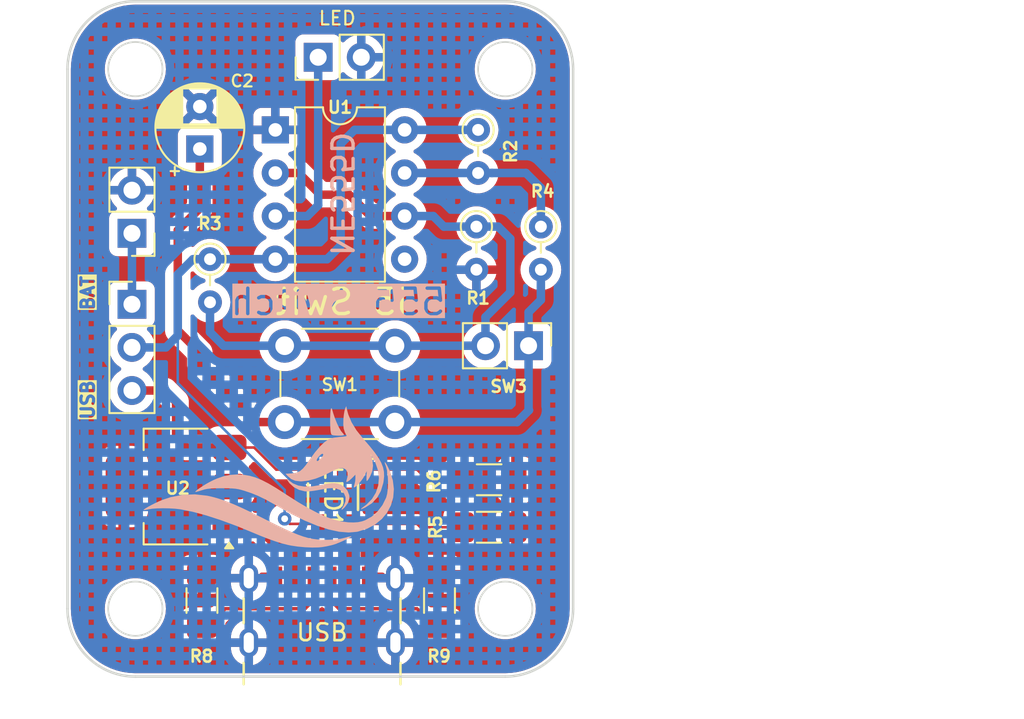
<source format=kicad_pcb>
(kicad_pcb (version 20240108) (generator "pcbnew") (generator_version "8.0")
  (layers (0 "F.Cu" signal) (31 "B.Cu" signal) (34 "B.Paste" user) (35 "F.Paste" user) (36 "B.SilkS" user "B.Silkscreen") (37 "F.SilkS" user "F.Silkscreen") (38 "B.Mask" user) (39 "F.Mask" user) (44 "Edge.Cuts" user))
  (net 0 "")
  (net 1 "Net-(C2-Pad1)")
  (net 2 "GND")
  (net 3 "Net-(U1-THR)")
  (net 4 "/VBAT")
  (net 5 "Net-(U1-DIS)")
  (net 7 "Net-(J4-CC1)")
  (net 8 "/VUSB")
  (net 9 "Net-(J3-Pin_1)")
  (net 10 "Net-(J4-CC2)")
  (net 11 "Net-(LED1-GND-Pad4)")
  (net 12 "/3V3")
  (net 13 "Net-(LED1-GND-Pad1)")
  (net 14 "VCC")
  (footprint "Package_TO_SOT_SMD:SOT-223-3_TabPin2" (layer "F.Cu") (at 116 115 180)
    (property "Reference" "U2" (at -0.1 -0.1 0) (layer "F.SilkS") (effects (font (size 0.7 0.7))))
    (property "Value" "AMS1117-3V3")
    (fp_line (start 1.91 3.41) (end 1.91 2.15) (stroke (width 0.12)) (layer "F.SilkS"))
    (fp_line (start 1.91 -3.41) (end 1.91 -2.15) (stroke (width 0.12)) (layer "F.SilkS"))
    (fp_line (start -1.85 3.41) (end 1.91 3.41) (stroke (width 0.12)) (layer "F.SilkS"))
    (fp_line (start -1.85 -3.41) (end 1.91 -3.41) (stroke (width 0.12)) (layer "F.SilkS"))
    (fp_poly (pts (xy -3.13 -3.31) (xy -3.37 -3.64) (xy -2.89 -3.64) (xy -3.13 -3.31)) (stroke (width 0.12)) (fill solid) (layer "F.SilkS"))
    (pad "1" smd roundrect (at -3.15 -2.3 180) (size 2 1.5) (layers "F.Cu" "F.Paste" "F.Mask") (net 8 "/VUSB"))
    (pad "2" smd roundrect (at -3.15 0 180) (size 2 1.5) (layers "F.Cu" "F.Paste" "F.Mask") (net 2 "GND"))
    (pad "2" smd roundrect (at 3.15 0 180) (size 2 3.8) (layers "F.Cu" "F.Paste" "F.Mask") (net 2 "GND"))
    (pad "3" smd roundrect (at -3.15 2.3 180) (size 2 1.5) (layers "F.Cu" "F.Paste" "F.Mask") (net 12 "/3V3"))
  )
  (footprint "Capacitor_THT:CP_Radial_D5.0mm_P2.50mm" (layer "F.Cu") (at 117.4 95.105113 90)
    (property "Reference" "C2" (at 4.005113 2.5 180) (layer "F.SilkS") (effects (font (size 0.7 0.7) (thickness 0.125))))
    (property "Value" "10uF")
    (fp_line (start 1.29 -2.58) (end 1.29 2.58) (stroke (width 0.12)) (layer "F.SilkS"))
    (fp_line (start 1.25 -2.58) (end 1.25 2.58) (stroke (width 0.12)) (layer "F.SilkS"))
    (fp_line (start 1.33 -2.579) (end 1.33 2.579) (stroke (width 0.12)) (layer "F.SilkS"))
    (fp_line (start 1.37 -2.578) (end 1.37 2.578) (stroke (width 0.12)) (layer "F.SilkS"))
    (fp_line (start 1.41 -2.576) (end 1.41 2.576) (stroke (width 0.12)) (layer "F.SilkS"))
    (fp_line (start 1.45 -2.573) (end 1.45 2.573) (stroke (width 0.12)) (layer "F.SilkS"))
    (fp_line (start 1.49 -2.569) (end 1.49 -1.04) (stroke (width 0.12)) (layer "F.SilkS"))
    (fp_line (start 1.53 -2.565) (end 1.53 -1.04) (stroke (width 0.12)) (layer "F.SilkS"))
    (fp_line (start 1.57 -2.561) (end 1.57 -1.04) (stroke (width 0.12)) (layer "F.SilkS"))
    (fp_line (start 1.61 -2.556) (end 1.61 -1.04) (stroke (width 0.12)) (layer "F.SilkS"))
    (fp_line (start 1.65 -2.55) (end 1.65 -1.04) (stroke (width 0.12)) (layer "F.SilkS"))
    (fp_line (start 1.69 -2.543) (end 1.69 -1.04) (stroke (width 0.12)) (layer "F.SilkS"))
    (fp_line (start 1.73 -2.536) (end 1.73 -1.04) (stroke (width 0.12)) (layer "F.SilkS"))
    (fp_line (start 1.77 -2.528) (end 1.77 -1.04) (stroke (width 0.12)) (layer "F.SilkS"))
    (fp_line (start 1.81 -2.52) (end 1.81 -1.04) (stroke (width 0.12)) (layer "F.SilkS"))
    (fp_line (start 1.85 -2.511) (end 1.85 -1.04) (stroke (width 0.12)) (layer "F.SilkS"))
    (fp_line (start 1.89 -2.501) (end 1.89 -1.04) (stroke (width 0.12)) (layer "F.SilkS"))
    (fp_line (start 1.93 -2.491) (end 1.93 -1.04) (stroke (width 0.12)) (layer "F.SilkS"))
    (fp_line (start 1.971 -2.48) (end 1.971 -1.04) (stroke (width 0.12)) (layer "F.SilkS"))
    (fp_line (start 2.011 -2.468) (end 2.011 -1.04) (stroke (width 0.12)) (layer "F.SilkS"))
    (fp_line (start 2.051 -2.455) (end 2.051 -1.04) (stroke (width 0.12)) (layer "F.SilkS"))
    (fp_line (start 2.091 -2.442) (end 2.091 -1.04) (stroke (width 0.12)) (layer "F.SilkS"))
    (fp_line (start 2.131 -2.428) (end 2.131 -1.04) (stroke (width 0.12)) (layer "F.SilkS"))
    (fp_line (start 2.171 -2.414) (end 2.171 -1.04) (stroke (width 0.12)) (layer "F.SilkS"))
    (fp_line (start 2.211 -2.398) (end 2.211 -1.04) (stroke (width 0.12)) (layer "F.SilkS"))
    (fp_line (start 2.251 -2.382) (end 2.251 -1.04) (stroke (width 0.12)) (layer "F.SilkS"))
    (fp_line (start 2.291 -2.365) (end 2.291 -1.04) (stroke (width 0.12)) (layer "F.SilkS"))
    (fp_line (start 2.331 -2.348) (end 2.331 -1.04) (stroke (width 0.12)) (layer "F.SilkS"))
    (fp_line (start 2.371 -2.329) (end 2.371 -1.04) (stroke (width 0.12)) (layer "F.SilkS"))
    (fp_line (start 2.411 -2.31) (end 2.411 -1.04) (stroke (width 0.12)) (layer "F.SilkS"))
    (fp_line (start 2.451 -2.29) (end 2.451 -1.04) (stroke (width 0.12)) (layer "F.SilkS"))
    (fp_line (start 2.491 -2.268) (end 2.491 -1.04) (stroke (width 0.12)) (layer "F.SilkS"))
    (fp_line (start 2.531 -2.247) (end 2.531 -1.04) (stroke (width 0.12)) (layer "F.SilkS"))
    (fp_line (start 2.571 -2.224) (end 2.571 -1.04) (stroke (width 0.12)) (layer "F.SilkS"))
    (fp_line (start 2.611 -2.2) (end 2.611 -1.04) (stroke (width 0.12)) (layer "F.SilkS"))
    (fp_line (start 2.651 -2.175) (end 2.651 -1.04) (stroke (width 0.12)) (layer "F.SilkS"))
    (fp_line (start 2.691 -2.149) (end 2.691 -1.04) (stroke (width 0.12)) (layer "F.SilkS"))
    (fp_line (start 2.731 -2.122) (end 2.731 -1.04) (stroke (width 0.12)) (layer "F.SilkS"))
    (fp_line (start 2.771 -2.095) (end 2.771 -1.04) (stroke (width 0.12)) (layer "F.SilkS"))
    (fp_line (start 2.811 -2.065) (end 2.811 -1.04) (stroke (width 0.12)) (layer "F.SilkS"))
    (fp_line (start 2.851 -2.035) (end 2.851 -1.04) (stroke (width 0.12)) (layer "F.SilkS"))
    (fp_line (start 2.891 -2.004) (end 2.891 -1.04) (stroke (width 0.12)) (layer "F.SilkS"))
    (fp_line (start 2.931 -1.971) (end 2.931 -1.04) (stroke (width 0.12)) (layer "F.SilkS"))
    (fp_line (start 2.971 -1.937) (end 2.971 -1.04) (stroke (width 0.12)) (layer "F.SilkS"))
    (fp_line (start 3.011 -1.901) (end 3.011 -1.04) (stroke (width 0.12)) (layer "F.SilkS"))
    (fp_line (start 3.051 -1.864) (end 3.051 -1.04) (stroke (width 0.12)) (layer "F.SilkS"))
    (fp_line (start 3.091 -1.826) (end 3.091 -1.04) (stroke (width 0.12)) (layer "F.SilkS"))
    (fp_line (start 3.131 -1.785) (end 3.131 -1.04) (stroke (width 0.12)) (layer "F.SilkS"))
    (fp_line (start 3.171 -1.743) (end 3.171 -1.04) (stroke (width 0.12)) (layer "F.SilkS"))
    (fp_line (start -1.304775 -1.725) (end -1.304775 -1.225) (stroke (width 0.12)) (layer "F.SilkS"))
    (fp_line (start 3.211 -1.699) (end 3.211 -1.04) (stroke (width 0.12)) (layer "F.SilkS"))
    (fp_line (start 3.251 -1.653) (end 3.251 -1.04) (stroke (width 0.12)) (layer "F.SilkS"))
    (fp_line (start 3.291 -1.605) (end 3.291 -1.04) (stroke (width 0.12)) (layer "F.SilkS"))
    (fp_line (start 3.331 -1.554) (end 3.331 -1.04) (stroke (width 0.12)) (layer "F.SilkS"))
    (fp_line (start 3.371 -1.5) (end 3.371 -1.04) (stroke (width 0.12)) (layer "F.SilkS"))
    (fp_line (start -1.554775 -1.475) (end -1.054775 -1.475) (stroke (width 0.12)) (layer "F.SilkS"))
    (fp_line (start 3.411 -1.443) (end 3.411 -1.04) (stroke (width 0.12)) (layer "F.SilkS"))
    (fp_line (start 3.451 -1.383) (end 3.451 -1.04) (stroke (width 0.12)) (layer "F.SilkS"))
    (fp_line (start 3.491 -1.319) (end 3.491 -1.04) (stroke (width 0.12)) (layer "F.SilkS"))
    (fp_line (start 3.531 -1.251) (end 3.531 -1.04) (stroke (width 0.12)) (layer "F.SilkS"))
    (fp_line (start 3.571 -1.178) (end 3.571 1.178) (stroke (width 0.12)) (layer "F.SilkS"))
    (fp_line (start 3.611 -1.098) (end 3.611 1.098) (stroke (width 0.12)) (layer "F.SilkS"))
    (fp_line (start 3.651 -1.011) (end 3.651 1.011) (stroke (width 0.12)) (layer "F.SilkS"))
    (fp_line (start 3.691 -0.915) (end 3.691 0.915) (stroke (width 0.12)) (layer "F.SilkS"))
    (fp_line (start 3.731 -0.805) (end 3.731 0.805) (stroke (width 0.12)) (layer "F.SilkS"))
    (fp_line (start 3.771 -0.677) (end 3.771 0.677) (stroke (width 0.12)) (layer "F.SilkS"))
    (fp_line (start 3.811 -0.518) (end 3.811 0.518) (stroke (width 0.12)) (layer "F.SilkS"))
    (fp_line (start 3.851 -0.284) (end 3.851 0.284) (stroke (width 0.12)) (layer "F.SilkS"))
    (fp_line (start 3.531 1.04) (end 3.531 1.251) (stroke (width 0.12)) (layer "F.SilkS"))
    (fp_line (start 3.491 1.04) (end 3.491 1.319) (stroke (width 0.12)) (layer "F.SilkS"))
    (fp_line (start 3.451 1.04) (end 3.451 1.383) (stroke (width 0.12)) (layer "F.SilkS"))
    (fp_line (start 3.411 1.04) (end 3.411 1.443) (stroke (width 0.12)) (layer "F.SilkS"))
    (fp_line (start 3.371 1.04) (end 3.371 1.5) (stroke (width 0.12)) (layer "F.SilkS"))
    (fp_line (start 3.331 1.04) (end 3.331 1.554) (stroke (width 0.12)) (layer "F.SilkS"))
    (fp_line (start 3.291 1.04) (end 3.291 1.605) (stroke (width 0.12)) (layer "F.SilkS"))
    (fp_line (start 3.251 1.04) (end 3.251 1.653) (stroke (width 0.12)) (layer "F.SilkS"))
    (fp_line (start 3.211 1.04) (end 3.211 1.699) (stroke (width 0.12)) (layer "F.SilkS"))
    (fp_line (start 3.171 1.04) (end 3.171 1.743) (stroke (width 0.12)) (layer "F.SilkS"))
    (fp_line (start 3.131 1.04) (end 3.131 1.785) (stroke (width 0.12)) (layer "F.SilkS"))
    (fp_line (start 3.091 1.04) (end 3.091 1.826) (stroke (width 0.12)) (layer "F.SilkS"))
    (fp_line (start 3.051 1.04) (end 3.051 1.864) (stroke (width 0.12)) (layer "F.SilkS"))
    (fp_line (start 3.011 1.04) (end 3.011 1.901) (stroke (width 0.12)) (layer "F.SilkS"))
    (fp_line (start 2.971 1.04) (end 2.971 1.937) (stroke (width 0.12)) (layer "F.SilkS"))
    (fp_line (start 2.931 1.04) (end 2.931 1.971) (stroke (width 0.12)) (layer "F.SilkS"))
    (fp_line (start 2.891 1.04) (end 2.891 2.004) (stroke (width 0.12)) (layer "F.SilkS"))
    (fp_line (start 2.851 1.04) (end 2.851 2.035) (stroke (width 0.12)) (layer "F.SilkS"))
    (fp_line (start 2.811 1.04) (end 2.811 2.065) (stroke (width 0.12)) (layer "F.SilkS"))
    (fp_line (start 2.771 1.04) (end 2.771 2.095) (stroke (width 0.12)) (layer "F.SilkS"))
    (fp_line (start 2.731 1.04) (end 2.731 2.122) (stroke (width 0.12)) (layer "F.SilkS"))
    (fp_line (start 2.691 1.04) (end 2.691 2.149) (stroke (width 0.12)) (layer "F.SilkS"))
    (fp_line (start 2.651 1.04) (end 2.651 2.175) (stroke (width 0.12)) (layer "F.SilkS"))
    (fp_line (start 2.611 1.04) (end 2.611 2.2) (stroke (width 0.12)) (layer "F.SilkS"))
    (fp_line (start 2.571 1.04) (end 2.571 2.224) (stroke (width 0.12)) (layer "F.SilkS"))
    (fp_line (start 2.531 1.04) (end 2.531 2.247) (stroke (width 0.12)) (layer "F.SilkS"))
    (fp_line (start 2.491 1.04) (end 2.491 2.268) (stroke (width 0.12)) (layer "F.SilkS"))
    (fp_line (start 2.451 1.04) (end 2.451 2.29) (stroke (width 0.12)) (layer "F.SilkS"))
    (fp_line (start 2.411 1.04) (end 2.411 2.31) (stroke (width 0.12)) (layer "F.SilkS"))
    (fp_line (start 2.371 1.04) (end 2.371 2.329) (stroke (width 0.12)) (layer "F.SilkS"))
    (fp_line (start 2.331 1.04) (end 2.331 2.348) (stroke (width 0.12)) (layer "F.SilkS"))
    (fp_line (start 2.291 1.04) (end 2.291 2.365) (stroke (width 0.12)) (layer "F.SilkS"))
    (fp_line (start 2.251 1.04) (end 2.251 2.382) (stroke (width 0.12)) (layer "F.SilkS"))
    (fp_line (start 2.211 1.04) (end 2.211 2.398) (stroke (width 0.12)) (layer "F.SilkS"))
    (fp_line (start 2.171 1.04) (end 2.171 2.414) (stroke (width 0.12)) (layer "F.SilkS"))
    (fp_line (start 2.131 1.04) (end 2.131 2.428) (stroke (width 0.12)) (layer "F.SilkS"))
    (fp_line (start 2.091 1.04) (end 2.091 2.442) (stroke (width 0.12)) (layer "F.SilkS"))
    (fp_line (start 2.051 1.04) (end 2.051 2.455) (stroke (width 0.12)) (layer "F.SilkS"))
    (fp_line (start 2.011 1.04) (end 2.011 2.468) (stroke (width 0.12)) (layer "F.SilkS"))
    (fp_line (start 1.971 1.04) (end 1.971 2.48) (stroke (width 0.12)) (layer "F.SilkS"))
    (fp_line (start 1.93 1.04) (end 1.93 2.491) (stroke (width 0.12)) (layer "F.SilkS"))
    (fp_line (start 1.89 1.04) (end 1.89 2.501) (stroke (width 0.12)) (layer "F.SilkS"))
    (fp_line (start 1.85 1.04) (end 1.85 2.511) (stroke (width 0.12)) (layer "F.SilkS"))
    (fp_line (start 1.81 1.04) (end 1.81 2.52) (stroke (width 0.12)) (layer "F.SilkS"))
    (fp_line (start 1.77 1.04) (end 1.77 2.528) (stroke (width 0.12)) (layer "F.SilkS"))
    (fp_line (start 1.73 1.04) (end 1.73 2.536) (stroke (width 0.12)) (layer "F.SilkS"))
    (fp_line (start 1.69 1.04) (end 1.69 2.543) (stroke (width 0.12)) (layer "F.SilkS"))
    (fp_line (start 1.65 1.04) (end 1.65 2.55) (stroke (width 0.12)) (layer "F.SilkS"))
    (fp_line (start 1.61 1.04) (end 1.61 2.556) (stroke (width 0.12)) (layer "F.SilkS"))
    (fp_line (start 1.57 1.04) (end 1.57 2.561) (stroke (width 0.12)) (layer "F.SilkS"))
    (fp_line (start 1.53 1.04) (end 1.53 2.565) (stroke (width 0.12)) (layer "F.SilkS"))
    (fp_line (start 1.49 1.04) (end 1.49 2.569) (stroke (width 0.12)) (layer "F.SilkS"))
    (fp_circle (center 1.25 0) (end 3.87 0) (stroke (width 0.12)) (fill none) (layer "F.SilkS"))
    (pad "1" thru_hole rect (at 0 0 90) (size 1.6 1.6) (drill 0.8) (layers "*.Cu" "*.Mask") (net 1 "Net-(C2-Pad1)"))
    (pad "2" thru_hole circle (at 2.5 0 90) (size 1.6 1.6) (drill 0.8) (layers "*.Cu" "*.Mask") (net 2 "GND"))
  )
  (footprint "Package_DIP:DIP-8_W7.62mm" (layer "F.Cu") (at 121.85 93.98)
    (property "Reference" "U1" (at 3.81 -1.33 0) (layer "F.SilkS") (effects (font (size 0.7 0.7))))
    (property "Value" "NE555D")
    (fp_line (start 1.16 -1.33) (end 1.16 8.95) (stroke (width 0.12)) (layer "F.SilkS"))
    (fp_line (start 1.16 8.95) (end 6.46 8.95) (stroke (width 0.12)) (layer "F.SilkS"))
    (fp_line (start 2.81 -1.33) (end 1.16 -1.33) (stroke (width 0.12)) (layer "F.SilkS"))
    (fp_line (start 6.46 -1.33) (end 4.81 -1.33) (stroke (width 0.12)) (layer "F.SilkS"))
    (fp_line (start 6.46 8.95) (end 6.46 -1.33) (stroke (width 0.12)) (layer "F.SilkS"))
    (fp_arc (start 4.81 -1.33) (mid 3.81 -0.33) (end 2.81 -1.33) (stroke (width 0.12)) (layer "F.SilkS"))
    (pad "1" thru_hole rect (at 0 0) (size 1.6 1.6) (drill 0.8) (layers "*.Cu" "*.Mask") (net 2 "GND"))
    (pad "2" thru_hole oval (at 0 2.54) (size 1.6 1.6) (drill 0.8) (layers "*.Cu" "*.Mask") (net 3 "Net-(U1-THR)"))
    (pad "3" thru_hole oval (at 0 5.08) (size 1.6 1.6) (drill 0.8) (layers "*.Cu" "*.Mask") (net 9 "Net-(J3-Pin_1)"))
    (pad "4" thru_hole oval (at 0 7.62) (size 1.6 1.6) (drill 0.8) (layers "*.Cu" "*.Mask") (net 14 "VCC"))
    (pad "5" thru_hole oval (at 7.62 7.62) (size 1.6 1.6) (drill 0.8) (layers "*.Cu" "*.Mask"))
    (pad "6" thru_hole oval (at 7.62 5.08) (size 1.6 1.6) (drill 0.8) (layers "*.Cu" "*.Mask") (net 3 "Net-(U1-THR)"))
    (pad "7" thru_hole oval (at 7.62 2.54) (size 1.6 1.6) (drill 0.8) (layers "*.Cu" "*.Mask") (net 5 "Net-(U1-DIS)"))
    (pad "8" thru_hole oval (at 7.62 0) (size 1.6 1.6) (drill 0.8) (layers "*.Cu" "*.Mask") (net 14 "VCC"))
  )
  (footprint "Resistor_THT:R_Axial_DIN0204_L3.6mm_D1.6mm_P2.54mm_Vertical" (layer "F.Cu") (at 137.5 99.68 -90)
    (property "Reference" "R4" (at -2.08 -0.1 0) (layer "F.SilkS") (effects (font (size 0.7 0.7))))
    (property "Value" "10k")
    (fp_line (start 0.92 0) (end 1.54 0) (stroke (width 0.12)) (layer "F.SilkS"))
    (fp_circle (center 0 0) (end 0.92 0) (stroke (width 0.12)) (fill none) (layer "F.SilkS"))
    (pad "1" thru_hole circle (at 0 0 270) (size 1.4 1.4) (drill 0.7) (layers "*.Cu" "*.Mask") (net 5 "Net-(U1-DIS)"))
    (pad "2" thru_hole oval (at 2.54 0 270) (size 1.4 1.4) (drill 0.7) (layers "*.Cu" "*.Mask") (net 1 "Net-(C2-Pad1)"))
  )
  (footprint "Resistor_SMD:R_1206_3216Metric_Pad1.30x1.75mm_HandSolder" (layer "F.Cu") (at 134.45 117.4)
    (property "Reference" "R5" (at -3.15 0 90) (layer "F.SilkS") (effects (font (size 0.7 0.7))))
    (property "Value" "5k1")
    (fp_line (start -0.727064 -0.91) (end 0.727064 -0.91) (stroke (width 0.12)) (layer "F.SilkS"))
    (fp_line (start -0.727064 0.91) (end 0.727064 0.91) (stroke (width 0.12)) (layer "F.SilkS"))
    (pad "1" smd roundrect (at -1.55 0) (size 1.3 1.75) (layers "F.Cu" "F.Paste" "F.Mask") (roundrect_rratio 0.192308) (net 11 "Net-(LED1-GND-Pad4)"))
    (pad "2" smd roundrect (at 1.55 0) (size 1.3 1.75) (layers "F.Cu" "F.Paste" "F.Mask") (roundrect_rratio 0.192308) (net 2 "GND"))
  )
  (footprint "Connector_PinHeader_2.54mm:PinHeader_1x02_P2.54mm_Vertical" (layer "F.Cu") (at 113.4 100.075 180)
    (property "Reference" "J1" (hide yes))
    (property "Value" "3V3")
    (fp_line (start 1.33 1.27) (end 1.33 3.87) (stroke (width 0.12)) (layer "F.SilkS"))
    (fp_line (start -1.33 3.87) (end 1.33 3.87) (stroke (width 0.12)) (layer "F.SilkS"))
    (fp_line (start -1.33 1.27) (end 1.33 1.27) (stroke (width 0.12)) (layer "F.SilkS"))
    (fp_line (start -1.33 1.27) (end -1.33 3.87) (stroke (width 0.12)) (layer "F.SilkS"))
    (fp_line (start -1.33 0) (end -1.33 -1.33) (stroke (width 0.12)) (layer "F.SilkS"))
    (fp_line (start -1.33 -1.33) (end 0 -1.33) (stroke (width 0.12)) (layer "F.SilkS"))
    (pad "1" thru_hole rect (at 0 0 180) (size 1.7 1.7) (drill 1) (layers "*.Cu" "*.Mask") (net 4 "/VBAT"))
    (pad "2" thru_hole oval (at 0 2.54 180) (size 1.7 1.7) (drill 1) (layers "*.Cu" "*.Mask") (net 2 "GND"))
  )
  (footprint "Alexander Footprint Library:USB-C MOLEX 2171750001" (layer "F.Cu") (at 124.605 126.8)
    (property "Reference" "USB" (at -0.005 -3.2 0) (layer "F.SilkS"))
    (property "Value" "USB-C_Receptacle_PowerOnly_6P_MOLEX-2171750001")
    (fp_line (start -4.62 -3.75) (end -4.62 -5.2) (stroke (width 0.15)) (layer "F.SilkS"))
    (fp_line (start -4.62 -0.15) (end -4.62 -1.4) (stroke (width 0.15)) (layer "F.SilkS"))
    (fp_line (start 4.62 -3.75) (end 4.62 -5.2) (stroke (width 0.15)) (layer "F.SilkS"))
    (fp_line (start 4.62 -0.15) (end 4.62 -1.4) (stroke (width 0.15)) (layer "F.SilkS"))
    (pad "A5" smd rect (at -0.5 -6.48) (size 0.7 1.2) (layers "F.Cu" "F.Paste") (net 7 "Net-(J4-CC1)"))
    (pad "A9" smd rect (at 1.52 -6.48) (size 0.76 1.2) (layers "F.Cu" "F.Paste") (net 8 "/VUSB"))
    (pad "A12" smd rect (at 2.75 -6.48) (size 0.8 1.2) (layers "F.Cu" "F.Paste") (net 2 "GND"))
    (pad "B5" smd rect (at 0.5 -6.48) (size 0.7 1.2) (layers "F.Cu" "F.Paste") (net 10 "Net-(J4-CC2)"))
    (pad "B9" smd rect (at -1.52 -6.48) (size 0.76 1.2) (layers "F.Cu" "F.Paste") (net 8 "/VUSB"))
    (pad "B12" smd rect (at -2.75 -6.48) (size 0.8 1.2) (layers "F.Cu" "F.Paste") (net 2 "GND"))
    (pad "S1" thru_hole oval (at -4.32 -2.6) (size 1.1 1.7) (drill oval 0.6 1.2) (layers "*.Cu" "*.Mask") (net 2 "GND"))
    (pad "S2" thru_hole oval (at 4.32 -2.6) (size 1.1 1.7) (drill oval 0.6 1.2) (layers "*.Cu" "*.Mask") (net 2 "GND"))
    (pad "S3" thru_hole oval (at -4.32 -6.4) (size 1.1 1.7) (drill oval 0.6 1.2) (layers "*.Cu" "*.Mask") (net 2 "GND"))
    (pad "S4" thru_hole oval (at 4.32 -6.4) (size 1.1 1.7) (drill oval 0.6 1.2) (layers "*.Cu" "*.Mask") (net 2 "GND"))
  )
  (footprint "Alexander Footprint Library:B1552_HVK-M" (layer "F.Cu") (at 125.249999 115.6002 -90)
    (property "Reference" "LED1" (at 0 0 -90) (layer "F.SilkS"))
    (property "Value" "LED-RED-GREEN-B1552USUG20D")
    (fp_line (start -0.777373 1.4732) (end 0.777373 1.4732) (stroke (width 0.1524)) (layer "F.SilkS"))
    (fp_line (start -0.777373 -1.4732) (end 0.777373 -1.4732) (stroke (width 0.1524)) (layer "F.SilkS"))
    (fp_text user "*" (at -2.2352 -1.8041 -90) (layer "F.SilkS"))
    (fp_text user "*" (at -2.2352 -1.8041 90) (layer "F.SilkS"))
    (pad "1" smd rect (at -1.6002 -0.750001 270) (size 1.1176 1.0414) (layers "F.Cu" "F.Paste" "F.Mask") (net 13 "Net-(LED1-GND-Pad1)"))
    (pad "2" smd rect (at -1.6002 0.750001 270) (size 1.1176 1.0414) (layers "F.Cu" "F.Paste" "F.Mask") (net 12 "/3V3"))
    (pad "3" smd rect (at 1.6002 0.750001 270) (size 1.1176 1.0414) (layers "F.Cu" "F.Paste" "F.Mask") (net 14 "VCC"))
    (pad "4" smd rect (at 1.6002 -0.750001 270) (size 1.1176 1.0414) (layers "F.Cu" "F.Paste" "F.Mask") (net 11 "Net-(LED1-GND-Pad4)"))
  )
  (footprint "Resistor_SMD:R_1206_3216Metric_Pad1.30x1.75mm_HandSolder" (layer "F.Cu") (at 117.525 121.72 -90)
    (property "Reference" "R8" (at 3.28 0.025 0) (layer "F.SilkS") (effects (font (size 0.7 0.7))))
    (property "Value" "5K7")
    (fp_line (start -0.727064 0.91) (end 0.727064 0.91) (stroke (width 0.12)) (layer "F.SilkS"))
    (fp_line (start -0.727064 -0.91) (end 0.727064 -0.91) (stroke (width 0.12)) (layer "F.SilkS"))
    (pad "1" smd roundrect (at -1.55 0 270) (size 1.3 1.75) (layers "F.Cu" "F.Paste" "F.Mask") (roundrect_rratio 0.192308) (net 2 "GND"))
    (pad "2" smd roundrect (at 1.55 0 270) (size 1.3 1.75) (layers "F.Cu" "F.Paste" "F.Mask") (roundrect_rratio 0.192308) (net 7 "Net-(J4-CC1)"))
  )
  (footprint "Connector_PinHeader_2.54mm:PinHeader_1x03_P2.54mm_Vertical" (layer "F.Cu") (at 113.4 104.26)
    (property "Reference" "SW2" (hide yes))
    (property "Value" "SW_SPDT")
    (fp_line (start -1.33 -1.33) (end 0 -1.33) (stroke (width 0.12)) (layer "F.SilkS"))
    (fp_line (start -1.33 0) (end -1.33 -1.33) (stroke (width 0.12)) (layer "F.SilkS"))
    (fp_line (start -1.33 1.27) (end -1.33 6.41) (stroke (width 0.12)) (layer "F.SilkS"))
    (fp_line (start -1.33 1.27) (end 1.33 1.27) (stroke (width 0.12)) (layer "F.SilkS"))
    (fp_line (start -1.33 6.41) (end 1.33 6.41) (stroke (width 0.12)) (layer "F.SilkS"))
    (fp_line (start 1.33 1.27) (end 1.33 6.41) (stroke (width 0.12)) (layer "F.SilkS"))
    (pad "1" thru_hole rect (at 0 0) (size 1.7 1.7) (drill 1) (layers "*.Cu" "*.Mask") (net 4 "/VBAT"))
    (pad "2" thru_hole oval (at 0 2.54) (size 1.7 1.7) (drill 1) (layers "*.Cu" "*.Mask") (net 14 "VCC"))
    (pad "3" thru_hole oval (at 0 5.08) (size 1.7 1.7) (drill 1) (layers "*.Cu" "*.Mask") (net 12 "/3V3"))
  )
  (footprint "Resistor_SMD:R_1206_3216Metric_Pad1.30x1.75mm_HandSolder" (layer "F.Cu") (at 134.45 114.6)
    (property "Reference" "R6" (at -3.25 0.1 90) (layer "F.SilkS") (effects (font (size 0.7 0.7))))
    (property "Value" "5k1")
    (fp_line (start -0.727064 -0.91) (end 0.727064 -0.91) (stroke (width 0.12)) (layer "F.SilkS"))
    (fp_line (start -0.727064 0.91) (end 0.727064 0.91) (stroke (width 0.12)) (layer "F.SilkS"))
    (pad "1" smd roundrect (at -1.55 0) (size 1.3 1.75) (layers "F.Cu" "F.Paste" "F.Mask") (roundrect_rratio 0.192308) (net 13 "Net-(LED1-GND-Pad1)"))
    (pad "2" smd roundrect (at 1.55 0) (size 1.3 1.75) (layers "F.Cu" "F.Paste" "F.Mask") (roundrect_rratio 0.192308) (net 2 "GND"))
  )
  (footprint "Resistor_SMD:R_1206_3216Metric_Pad1.30x1.75mm_HandSolder" (layer "F.Cu") (at 131.525 121.72 -90)
    (property "Reference" "R9" (at 3.28 0.025 0) (layer "F.SilkS") (effects (font (size 0.7 0.7))))
    (property "Value" "5K7")
    (fp_line (start -0.727064 0.91) (end 0.727064 0.91) (stroke (width 0.12)) (layer "F.SilkS"))
    (fp_line (start -0.727064 -0.91) (end 0.727064 -0.91) (stroke (width 0.12)) (layer "F.SilkS"))
    (pad "1" smd roundrect (at -1.55 0 270) (size 1.3 1.75) (layers "F.Cu" "F.Paste" "F.Mask") (roundrect_rratio 0.192308) (net 2 "GND"))
    (pad "2" smd roundrect (at 1.55 0 270) (size 1.3 1.75) (layers "F.Cu" "F.Paste" "F.Mask") (roundrect_rratio 0.192308) (net 10 "Net-(J4-CC2)"))
  )
  (footprint "Resistor_THT:R_Axial_DIN0204_L3.6mm_D1.6mm_P2.54mm_Vertical" (layer "F.Cu") (at 133.7 99.68 -90)
    (property "Reference" "R1" (at 4.22 -0.1 0) (layer "F.SilkS") (effects (font (size 0.7 0.7))))
    (property "Value" "10k")
    (fp_line (start 0.92 0) (end 1.54 0) (stroke (width 0.12)) (layer "F.SilkS"))
    (fp_circle (center 0 0) (end 0.92 0) (stroke (width 0.12)) (fill none) (layer "F.SilkS"))
    (pad "1" thru_hole circle (at 0 0 270) (size 1.4 1.4) (drill 0.7) (layers "*.Cu" "*.Mask") (net 3 "Net-(U1-THR)"))
    (pad "2" thru_hole oval (at 2.54 0 270) (size 1.4 1.4) (drill 0.7) (layers "*.Cu" "*.Mask") (net 2 "GND"))
  )
  (footprint "Resistor_THT:R_Axial_DIN0204_L3.6mm_D1.6mm_P2.54mm_Vertical" (layer "F.Cu") (at 133.8 93.98 -90)
    (property "Reference" "R2" (at 1.27 -1.92 90) (layer "F.SilkS") (effects (font (size 0.7 0.7))))
    (property "Value" "10k")
    (fp_line (start 0.92 0) (end 1.54 0) (stroke (width 0.12)) (layer "F.SilkS"))
    (fp_circle (center 0 0) (end 0.92 0) (stroke (width 0.12)) (fill none) (layer "F.SilkS"))
    (pad "1" thru_hole circle (at 0 0 270) (size 1.4 1.4) (drill 0.7) (layers "*.Cu" "*.Mask") (net 14 "VCC"))
    (pad "2" thru_hole oval (at 2.54 0 270) (size 1.4 1.4) (drill 0.7) (layers "*.Cu" "*.Mask") (net 5 "Net-(U1-DIS)"))
  )
  (footprint "Connector_PinHeader_2.54mm:PinHeader_1x02_P2.54mm_Vertical" (layer "F.Cu") (at 124.375 89.7 90)
    (property "Reference" "J3" (hide yes))
    (property "Value" "OUT")
    (fp_line (start -1.33 -1.33) (end 0 -1.33) (stroke (width 0.12)) (layer "F.SilkS"))
    (fp_line (start -1.33 0) (end -1.33 -1.33) (stroke (width 0.12)) (layer "F.SilkS"))
    (fp_line (start 1.33 1.27) (end 1.33 3.87) (stroke (width 0.12)) (layer "F.SilkS"))
    (fp_line (start -1.33 1.27) (end 1.33 1.27) (stroke (width 0.12)) (layer "F.SilkS"))
    (fp_line (start -1.33 1.27) (end -1.33 3.87) (stroke (width 0.12)) (layer "F.SilkS"))
    (fp_line (start -1.33 3.87) (end 1.33 3.87) (stroke (width 0.12)) (layer "F.SilkS"))
    (pad "1" thru_hole rect (at 0 0 90) (size 1.7 1.7) (drill 1) (layers "*.Cu" "*.Mask") (net 9 "Net-(J3-Pin_1)"))
    (pad "2" thru_hole oval (at 0 2.54 90) (size 1.7 1.7) (drill 1) (layers "*.Cu" "*.Mask") (net 2 "GND"))
  )
  (footprint "Connector_PinHeader_2.54mm:PinHeader_1x02_P2.54mm_Vertical" (layer "F.Cu") (at 136.775 106.7 -90)
    (property "Reference" "SW3" (at 2.4 1.175 0) (layer "F.SilkS") (effects (font (size 0.7 0.7))))
    (property "Value" "SW_Reed")
    (fp_line (start -1.33 3.87) (end 1.33 3.87) (stroke (width 0.12)) (layer "F.SilkS"))
    (fp_line (start -1.33 1.27) (end -1.33 3.87) (stroke (width 0.12)) (layer "F.SilkS"))
    (fp_line (start -1.33 1.27) (end 1.33 1.27) (stroke (width 0.12)) (layer "F.SilkS"))
    (fp_line (start 1.33 1.27) (end 1.33 3.87) (stroke (width 0.12)) (layer "F.SilkS"))
    (fp_line (start -1.33 0) (end -1.33 -1.33) (stroke (width 0.12)) (layer "F.SilkS"))
    (fp_line (start -1.33 -1.33) (end 0 -1.33) (stroke (width 0.12)) (layer "F.SilkS"))
    (pad "1" thru_hole rect (at 0 0 270) (size 1.7 1.7) (drill 1) (layers "*.Cu" "*.Mask") (net 1 "Net-(C2-Pad1)"))
    (pad "2" thru_hole oval (at 0 2.54 270) (size 1.7 1.7) (drill 1) (layers "*.Cu" "*.Mask") (net 3 "Net-(U1-THR)"))
  )
  (footprint "Resistor_THT:R_Axial_DIN0204_L3.6mm_D1.6mm_P2.54mm_Vertical" (layer "F.Cu") (at 118 101.6 -90)
    (property "Reference" "R3" (at -2.1 0 0) (layer "F.SilkS") (effects (font (size 0.7 0.7))))
    (property "Value" "10k")
    (fp_line (start 0.92 0) (end 1.54 0) (stroke (width 0.12)) (layer "F.SilkS"))
    (fp_circle (center 0 0) (end 0.92 0) (stroke (width 0.12)) (fill none) (layer "F.SilkS"))
    (pad "1" thru_hole circle (at 0 0 270) (size 1.4 1.4) (drill 0.7) (layers "*.Cu" "*.Mask") (net 14 "VCC"))
    (pad "2" thru_hole oval (at 2.54 0 270) (size 1.4 1.4) (drill 0.7) (layers "*.Cu" "*.Mask") (net 3 "Net-(U1-THR)"))
  )
  (footprint "Button_Switch_THT:SW_PUSH_6mm" (layer "F.Cu") (at 122.4 106.7)
    (property "Reference" "SW1" (at 3.25 2.3 0) (layer "F.SilkS") (effects (font (size 0.7 0.7) (thickness 0.125))))
    (property "Value" "SW_Push")
    (fp_line (start -0.25 1.5) (end -0.25 3) (stroke (width 0.12)) (layer "F.SilkS"))
    (fp_line (start 1 5.5) (end 5.5 5.5) (stroke (width 0.12)) (layer "F.SilkS"))
    (fp_line (start 5.5 -1) (end 1 -1) (stroke (width 0.12)) (layer "F.SilkS"))
    (fp_line (start 6.75 3) (end 6.75 1.5) (stroke (width 0.12)) (layer "F.SilkS"))
    (pad "1" thru_hole circle (at 0 0 90) (size 2 2) (drill 1.1) (layers "*.Cu" "*.Mask") (net 3 "Net-(U1-THR)"))
    (pad "1" thru_hole circle (at 6.5 0 90) (size 2 2) (drill 1.1) (layers "*.Cu" "*.Mask") (net 3 "Net-(U1-THR)"))
    (pad "2" thru_hole circle (at 0 4.5 90) (size 2 2) (drill 1.1) (layers "*.Cu" "*.Mask") (net 1 "Net-(C2-Pad1)"))
    (pad "2" thru_hole circle (at 6.5 4.5 90) (size 2 2) (drill 1.1) (layers "*.Cu" "*.Mask") (net 1 "Net-(C2-Pad1)"))
  )
  (footprint "LOGO" (layer "B.Cu") (at 121.4 114.4 180)
    (property "Reference" "G***" (hide yes))
    (property "Value" "LOGO" (hide yes))
    (fp_poly (pts (xy -5.335668 -1.973085) (xy -5.363457 -2.000875) (xy -5.391247 -1.973085) (xy -5.363457 -1.945295)) (fill solid) (layer "B.SilkS"))
    (fp_poly (pts (xy -3.72712 3.989192) (xy -3.720697 3.973961) (xy -3.701102 3.866879) (xy -3.687804 3.678866) (xy -3.680882 3.439975) (xy -3.680421 3.180261) (xy -3.686502 2.929778) (xy -3.699208 2.718581) (xy -3.716893 2.584464) (xy -3.741095 2.495828) (xy -3.784399 2.444513) (xy -3.873902 2.418422) (xy -4.036701 2.405456) (xy -4.127166 2.40129) (xy -4.314775 2.400001) (xy -4.449213 2.412314) (xy -4.501944 2.435572) (xy -4.501969 2.436169) (xy -4.463752 2.510156) (xy -4.414064 2.560438) (xy -4.317104 2.679269) (xy -4.202066 2.879038) (xy -4.080896 3.133656) (xy -3.965538 3.417032) (xy -3.867936 3.703076) (xy -3.83055 3.835011) (xy -3.788365 3.978468) (xy -3.75726 4.025597)) (fill solid) (layer "B.SilkS"))
    (fp_poly (pts (xy -1.16813 -0.243105) (xy -1.254216 -0.368794) (xy -1.28983 -0.413219) (xy -1.537879 -0.635483) (xy -1.849965 -0.79747) (xy -2.187325 -0.881187) (xy -2.314341 -0.888735) (xy -2.497037 -0.877155) (xy -2.746282 -0.845689) (xy -3.020446 -0.800025) (xy -3.14804 -0.774864) (xy -3.516275 -0.710602) (xy -3.805925 -0.692046) (xy -4.04028 -0.720434) (xy -4.242632 -0.797) (xy -4.312229 -0.836658) (xy -4.497239 -1.008267) (xy -4.588805 -1.225532) (xy -4.584459 -1.470239) (xy -4.481739 -1.724177) (xy -4.44078 -1.786433) (xy -4.359302 -1.917364) (xy -4.351943 -1.969709) (xy -4.412174 -1.941384) (xy -4.533468 -1.830304) (xy -4.544045 -1.819408) (xy -4.734665 -1.563229) (xy -4.815304 -1.302684) (xy -4.806573 -1.114052) (xy -4.700145 -0.833593) (xy -4.503297 -0.610752) (xy -4.312939 -0.494963) (xy -4.14564 -0.432054) (xy -3.973801 -0.400998) (xy -3.772034 -0.401933) (xy -3.514951 -0.434994) (xy -3.177163 -0.500319) (xy -3.173511 -0.501089) (xy -2.63863 -0.587136) (xy -2.183217 -0.60137) (xy -1.801259 -0.543037) (xy -1.486742 -0.411382) (xy -1.292451 -0.264967) (xy -1.187436 -0.180532) (xy -1.145933 -0.176798)) (fill solid) (layer "B.SilkS"))
    (fp_poly (pts (xy 5.006815 -1.088445) (xy 5.716318 -1.225058) (xy 6.200827 -1.383806) (xy 6.403664 -1.468934) (xy 6.626548 -1.573239) (xy 6.848558 -1.685444) (xy 7.048775 -1.794268) (xy 7.20628 -1.888432) (xy 7.300154 -1.956656) (xy 7.315527 -1.984838) (xy 7.254956 -1.98449) (xy 7.122033 -1.961789) (xy 7.024333 -1.940189) (xy 6.806471 -1.906915) (xy 6.509925 -1.886858) (xy 6.16638 -1.879979) (xy 5.807519 -1.886237) (xy 5.465025 -1.905592) (xy 5.170583 -1.938004) (xy 5.141138 -1.942582) (xy 4.426362 -2.086382) (xy 3.63366 -2.298797) (xy 2.770609 -2.57741) (xy 1.844784 -2.919804) (xy 1.010836 -3.260583) (xy 0.441355 -3.497514) (xy -0.046623 -3.688235) (xy -0.469864 -3.838501) (xy -0.845133 -3.954062) (xy -1.189195 -4.040673) (xy -1.371928 -4.078191) (xy -1.768371 -4.138227) (xy -2.195636 -4.177783) (xy -2.616347 -4.195041) (xy -2.993123 -4.188182) (xy -3.212913 -4.167752) (xy -3.467108 -4.123955) (xy -3.736305 -4.064944) (xy -3.876552 -4.027934) (xy -4.038283 -3.972815) (xy -4.23561 -3.893936) (xy -4.4451 -3.802307) (xy -4.643316 -3.708932) (xy -4.806823 -3.624819) (xy -4.912187 -3.560974) (xy -4.93761 -3.529586) (xy -4.878362 -3.533932) (xy -4.740991 -3.564298) (xy -4.553715 -3.61434) (xy -4.52896 -3.621444) (xy -4.263761 -3.683348) (xy -3.968882 -3.720103) (xy -3.608736 -3.735703) (xy -3.501532 -3.73678) (xy -3.19922 -3.733182) (xy -2.919835 -3.716451) (xy -2.650591 -3.682285) (xy -2.378702 -3.626385) (xy -2.091382 -3.544451) (xy -1.775843 -3.432183) (xy -1.419301 -3.28528) (xy -1.008967 -3.099444) (xy -0.532057 -2.870373) (xy 0.024217 -2.593769) (xy 0.277899 -2.465774) (xy 0.908788 -2.151193) (xy 1.457458 -1.888515) (xy 1.937016 -1.672463) (xy 2.360572 -1.497764) (xy 2.741233 -1.359144) (xy 3.092107 -1.251328) (xy 3.426303 -1.169041) (xy 3.575896 -1.138716) (xy 4.289098 -1.059268)) (fill solid) (layer "B.SilkS"))
    (fp_poly (pts (xy -6.905998 0.758162) (xy -6.962759 0.600951) (xy -7.033118 0.344256) (xy -7.076378 0.016472) (xy -7.092183 -0.34585) (xy -7.080174 -0.706159) (xy -7.039992 -1.027906) (xy -6.980883 -1.250547) (xy -6.763375 -1.690507) (xy -6.474123 -2.069435) (xy -6.127243 -2.373404) (xy -5.73685 -2.588488) (xy -5.563615 -2.648878) (xy -5.327801 -2.699081) (xy -5.056923 -2.71721) (xy -4.755393 -2.708697) (xy -4.35446 -2.660239) (xy -3.927847 -2.556931) (xy -3.466953 -2.394884) (xy -2.963179 -2.17021) (xy -2.407923 -1.879024) (xy -1.792584 -1.517437) (xy -1.108562 -1.081562) (xy -1.0071 -1.01457) (xy -0.492206 -0.683257) (xy -0.044687 -0.419341) (xy 0.351284 -0.216499) (xy 0.71153 -0.068411) (xy 1.051879 0.031245) (xy 1.388155 0.088791) (xy 1.736184 0.110546) (xy 1.811196 0.11116) (xy 2.209545 0.08793) (xy 2.587906 0.011875) (xy 2.985773 -0.126555) (xy 3.220465 -0.229596) (xy 3.426096 -0.333288) (xy 3.645126 -0.457079) (xy 3.857915 -0.588021) (xy 4.044822 -0.71317) (xy 4.186205 -0.819577) (xy 4.262422 -0.894296) (xy 4.267621 -0.919833) (xy 4.208774 -0.913924) (xy 4.073957 -0.878799) (xy 3.892101 -0.822016) (xy 3.888205 -0.820718) (xy 3.725225 -0.77192) (xy 3.56218 -0.738179) (xy 3.373334 -0.71692) (xy 3.132947 -0.705567) (xy 2.815283 -0.701544) (xy 2.695624 -0.701384) (xy 2.35618 -0.703448) (xy 2.098843 -0.711561) (xy 1.894597 -0.729039) (xy 1.714421 -0.7592) (xy 1.529299 -0.805361) (xy 1.367243 -0.853246) (xy 0.950955 -0.993823) (xy 0.547075 -1.159732) (xy 0.126735 -1.364384) (xy -0.338935 -1.621188) (xy -0.542279 -1.74028) (xy -1.387822 -2.215648) (xy -2.179537 -2.606384) (xy -2.915301 -2.911815) (xy -3.59299 -3.131273) (xy -4.210479 -3.264085) (xy -4.765643 -3.30958) (xy -5.256358 -3.267087) (xy -5.328395 -3.252158) (xy -5.86764 -3.080586) (xy -6.335668 -2.830855) (xy -6.727607 -2.512655) (xy -7.038587 -2.135675) (xy -7.263735 -1.709605) (xy -7.39818 -1.244134) (xy -7.437052 -0.748952) (xy -7.375479 -0.233748) (xy -7.20859 0.291789) (xy -7.162597 0.396304) (xy -7.060917 0.603512) (xy -6.977088 0.750807) (xy -6.918438 0.830684) (xy -6.892299 0.835638)) (fill solid) (layer "B.SilkS"))
    (fp_poly (pts (xy -4.556503 3.973961) (xy -4.520533 3.840385) (xy -4.487756 3.634631) (xy -4.464038 3.395647) (xy -4.460134 3.333896) (xy -4.454225 3.038515) (xy -4.480237 2.807976) (xy -4.54713 2.598354) (xy -4.654092 2.383309) (xy -4.612375 2.364187) (xy -4.484682 2.344093) (xy -4.2961 2.32668) (xy -4.240174 2.323042) (xy -3.873323 2.277556) (xy -3.602294 2.191422) (xy -3.584521 2.182588) (xy -3.348899 2.020904) (xy -3.082371 1.766082) (xy -2.794532 1.428501) (xy -2.49498 1.018542) (xy -2.458084 0.964056) (xy -2.251081 0.669692) (xy -2.075655 0.459558) (xy -1.912351 0.319129) (xy -1.741716 0.23388) (xy -1.544295 0.189288) (xy -1.402354 0.175843) (xy -1.049214 0.153357) (xy -1.17767 0.015818) (xy -1.384103 -0.158726) (xy -1.620776 -0.258269) (xy -1.91889 -0.294599) (xy -2.000875 -0.295241) (xy -2.386755 -0.252234) (xy -2.829533 -0.133031) (xy -3.31108 0.056544) (xy -3.709428 0.253548) (xy -4.010174 0.401117) (xy -4.241961 0.478647) (xy -4.420301 0.48836) (xy -4.560706 0.432478) (xy -4.618459 0.38373) (xy -4.698395 0.231726) (xy -4.711815 0.024236) (xy -4.657293 -0.20412) (xy -4.643968 -0.236214) (xy -4.627839 -0.319252) (xy -4.677618 -0.328735) (xy -4.78048 -0.269581) (xy -4.9236 -0.146704) (xy -4.953147 -0.117698) (xy -5.168928 0.098082) (xy -5.168928 -0.11408) (xy -5.153411 -0.299881) (xy -5.115666 -0.465845) (xy -5.111793 -0.476519) (xy -5.078233 -0.591861) (xy -5.07906 -0.651197) (xy -5.13753 -0.639037) (xy -5.240535 -0.557561) (xy -5.368361 -0.428161) (xy -5.501289 -0.27223) (xy -5.619604 -0.11116) (xy -5.6963 0.018497) (xy -5.838743 0.305689) (xy -5.82342 0.013861) (xy -5.819631 -0.148953) (xy -5.826307 -0.2547) (xy -5.835886 -0.277554) (xy -5.89623 -0.229792) (xy -5.977644 -0.108472) (xy -6.063382 0.055435) (xy -6.136699 0.230957) (xy -6.171345 0.342865) (xy -6.207717 0.632127) (xy -6.178753 0.870168) (xy -6.149992 1.029127) (xy -6.140164 1.13666) (xy -6.144537 1.160875) (xy -6.177076 1.12602) (xy -6.241939 1.0129) (xy -6.326013 0.844699) (xy -6.339244 0.816636) (xy -6.49792 0.360813) (xy -6.554463 -0.096231) (xy -6.512178 -0.540542) (xy -6.374371 -0.958169) (xy -6.144345 -1.335159) (xy -5.825407 -1.657561) (xy -5.737359 -1.724292) (xy -5.56755 -1.851199) (xy -5.4929 -1.920809) (xy -5.513486 -1.933402) (xy -5.629383 -1.889262) (xy -5.764656 -1.826023) (xy -6.144627 -1.582948) (xy -6.447032 -1.261132) (xy -6.670071 -0.86317) (xy -6.811949 -0.391655) (xy -6.830695 -0.28709) (xy -6.861483 -0.001007) (xy -6.853395 0.266591) (xy -6.800141 0.528729) (xy -6.695433 0.798433) (xy -6.53298 1.088728) (xy -6.419832 1.250547) (xy -6.113786 1.250547) (xy -6.085996 1.222757) (xy -6.058206 1.250547) (xy -6.085996 1.278337) (xy -6.113786 1.250547) (xy -6.419832 1.250547) (xy -6.384164 1.301558) (xy -3.276553 1.301558) (xy -3.249487 1.2128) (xy -3.144391 1.080121) (xy -3.116748 1.051742) (xy -2.989426 0.933278) (xy -2.919109 0.895195) (xy -2.891998 0.932181) (xy -2.890153 0.964532) (xy -2.927111 1.055442) (xy -3.015279 1.172388) (xy -3.120597 1.277341) (xy -3.209007 1.332273) (xy -3.220979 1.333917) (xy -3.276553 1.301558) (xy -6.384164 1.301558) (xy -6.306493 1.41264) (xy -6.009684 1.783195) (xy -5.636262 2.213417) (xy -5.608104 2.244971) (xy -5.233172 2.714919) (xy -4.945024 3.185268) (xy -4.751728 3.642009) (xy -4.703359 3.815277) (xy -4.626773 4.1407)) (fill solid) (layer "B.SilkS"))
  )
  (gr_line (start 113.6 86.4) (end 135.4 86.4) (stroke (width 0.15)) (layer "Edge.Cuts"))
  (gr_line (start 135.4 126.2) (end 113.6 126.2) (stroke (width 0.15)) (layer "Edge.Cuts"))
  (gr_arc (start 135.4 86.4) (mid 138.228427 87.571573) (end 139.4 90.4) (stroke (width 0.15)) (layer "Edge.Cuts"))
  (gr_arc (start 113.6 126.2) (mid 110.771573 125.028427) (end 109.6 122.2) (stroke (width 0.15)) (layer "Edge.Cuts"))
  (gr_circle (center 113.6 122.2) (end 113.6 120.6) (stroke (width 0.1)) (fill none) (layer "Edge.Cuts"))
  (gr_line (start 139.4 90.4) (end 139.4 122.2) (stroke (width 0.15)) (layer "Edge.Cuts"))
  (gr_line (start 109.6 122.2) (end 109.6 90.4) (stroke (width 0.15)) (layer "Edge.Cuts"))
  (gr_circle (center 113.6 90.4) (end 113.6 88.8) (stroke (width 0.1)) (fill none) (layer "Edge.Cuts"))
  (gr_arc (start 139.4 122.2) (mid 138.228427 125.028427) (end 135.4 126.2) (stroke (width 0.15)) (layer "Edge.Cuts"))
  (gr_circle (center 135.4 90.4) (end 135.4 88.8) (stroke (width 0.1)) (fill none) (layer "Edge.Cuts"))
  (gr_circle (center 135.4 122.2) (end 135.4 120.6) (stroke (width 0.1)) (fill none) (layer "Edge.Cuts"))
  (gr_arc (start 109.6 90.4) (mid 110.771573 87.571573) (end 113.6 86.4) (stroke (width 0.15)) (layer "Edge.Cuts"))
  (gr_text "NE555D" (at 125.75 97.75 270) (layer "B.SilkS") (effects (font (size 1.25 1.25) (thickness 0.2) (bold yes)) (justify mirror)))
  (gr_text "555 Switch" (at 132 105 0) (layer "B.SilkS" knockout) (effects (font (size 1.5 1.5) (thickness 0.2) (bold yes)) (justify left bottom mirror)))
  (gr_text "BAT" (at 110.8 103.6 90) (layer "F.SilkS" knockout) (effects (font (size 0.75 0.75) (thickness 0.1875) (bold yes))))
  (gr_text "USB" (at 110.8 109.9 90) (layer "F.SilkS" knockout) (effects (font (size 0.75 0.75) (thickness 0.1875) (bold yes))))
  (gr_text "ON / OFF" (at 121.8 104.6 0) (layer "F.SilkS" knockout) (effects (font (size 1 1) (thickness 0.2) (bold yes)) (justify left bottom)))
  (gr_text "LED" (at 125.5 87.4 0) (layer "F.SilkS") (effects (font (size 0.8 0.8) (thickness 0.125) (bold yes))))
  (segment (start 120.8 111.2) (end 122.4 111.2) (width 0.5) (layer "F.Cu") (net 1))
  (segment (start 116.1 105.8) (end 117.4 107.1) (width 0.5) (layer "F.Cu") (net 1))
  (segment (start 116.1 99.9) (end 116.1 105.8) (width 0.5) (layer "F.Cu") (net 1))
  (segment (start 117.4 95.105113) (end 117.4 98.6) (width 0.5) (layer "F.Cu") (net 1))
  (segment (start 117.4 107.8) (end 120.8 111.2) (width 0.5) (layer "F.Cu") (net 1))
  (segment (start 117.4 98.6) (end 116.1 99.9) (width 0.5) (layer "F.Cu") (net 1))
  (segment (start 117.4 107.1) (end 117.4 107.8) (width 0.5) (layer "F.Cu") (net 1))
  (segment (start 136.775 110.475) (end 136.775 106.7) (width 0.5) (layer "B.Cu") (net 1))
  (segment (start 128.9 111.2) (end 136.1 111.2) (width 0.5) (layer "B.Cu") (net 1))
  (segment (start 136.8 110.5) (end 136.775 110.475) (width 0.5) (layer "B.Cu") (net 1))
  (segment (start 122.4 111.2) (end 128.9 111.2) (width 0.5) (layer "B.Cu") (net 1))
  (segment (start 136.775 106.7) (end 136.775 104.725) (width 0.5) (layer "B.Cu") (net 1))
  (segment (start 136.1 111.2) (end 136.8 110.5) (width 0.5) (layer "B.Cu") (net 1))
  (segment (start 136.775 104.725) (end 137.5 104) (width 0.5) (layer "B.Cu") (net 1))
  (segment (start 137.5 104) (end 137.5 102.22) (width 0.5) (layer "B.Cu") (net 1))
  (segment (start 121.85 96.52) (end 123.22 96.52) (width 0.5) (layer "F.Cu") (net 3))
  (segment (start 126.2 97.8) (end 127.46 99.06) (width 0.5) (layer "F.Cu") (net 3))
  (segment (start 127.46 99.06) (end 129.47 99.06) (width 0.5) (layer "F.Cu") (net 3))
  (segment (start 124.5 97.8) (end 126.2 97.8) (width 0.5) (layer "F.Cu") (net 3))
  (segment (start 123.22 96.52) (end 124.5 97.8) (width 0.5) (layer "F.Cu") (net 3))
  (segment (start 118 105.9) (end 118 104.14) (width 0.5) (layer "B.Cu") (net 3))
  (segment (start 133.7 99.68) (end 134.98 99.68) (width 0.5) (layer "B.Cu") (net 3))
  (segment (start 134.98 99.68) (end 135.7 100.4) (width 0.5) (layer "B.Cu") (net 3))
  (segment (start 125.1 106.7) (end 122.4 106.7) (width 0.5) (layer "B.Cu") (net 3))
  (segment (start 131.16 99.06) (end 131.78 99.68) (width 0.5) (layer "B.Cu") (net 3))
  (segment (start 135.7 103.55) (end 134.235 105.015) (width 0.5) (layer "B.Cu") (net 3))
  (segment (start 129.47 99.06) (end 131.16 99.06) (width 0.5) (layer "B.Cu") (net 3))
  (segment (start 134.235 105.015) (end 134.235 106.7) (width 0.5) (layer "B.Cu") (net 3))
  (segment (start 134.235 106.7) (end 128.9 106.7) (width 0.5) (layer "B.Cu") (net 3))
  (segment (start 135.7 100.4) (end 135.7 103.55) (width 0.5) (layer "B.Cu") (net 3))
  (segment (start 122.4 106.7) (end 118.8 106.7) (width 0.5) (layer "B.Cu") (net 3))
  (segment (start 128.9 106.7) (end 125.1 106.7) (width 0.5) (layer "B.Cu") (net 3))
  (segment (start 118.8 106.7) (end 118 105.9) (width 0.5) (layer "B.Cu") (net 3))
  (segment (start 131.78 99.68) (end 133.7 99.68) (width 0.5) (layer "B.Cu") (net 3))
  (segment (start 113.4 100.075) (end 113.4 104.26) (width 0.5) (layer "B.Cu") (net 4))
  (segment (start 136.62 96.52) (end 137.5 97.4) (width 0.5) (layer "B.Cu") (net 5))
  (segment (start 134.62 96.52) (end 136.62 96.52) (width 0.5) (layer "B.Cu") (net 5))
  (segment (start 137.5 97.4) (end 137.5 99.68) (width 0.5) (layer "B.Cu") (net 5))
  (segment (start 129.47 96.52) (end 134.62 96.52) (width 0.5) (layer "B.Cu") (net 5))
  (segment (start 124.105 121.695) (end 124.105 120.32) (width 0.2) (layer "F.Cu") (net 7))
  (segment (start 123.6 122.2) (end 124.105 121.695) (width 0.2) (layer "F.Cu") (net 7))
  (segment (start 117.525 123.27) (end 117.83 123.27) (width 0.2) (layer "F.Cu") (net 7))
  (segment (start 118.9 122.2) (end 123.6 122.2) (width 0.2) (layer "F.Cu") (net 7))
  (segment (start 117.83 123.27) (end 118.9 122.2) (width 0.2) (layer "F.Cu") (net 7))
  (segment (start 126.125 120.32) (end 126.125 118.925) (width 0.5) (layer "F.Cu") (net 8))
  (segment (start 120.7 117.3) (end 121.9 118.5) (width 0.5) (layer "F.Cu") (net 8))
  (segment (start 123.1 119.3) (end 123.085 119.315) (width 0.5) (layer "F.Cu") (net 8))
  (segment (start 126.125 118.925) (end 125.7 118.5) (width 0.5) (layer "F.Cu") (net 8))
  (segment (start 123.085 119.315) (end 123.085 120.32) (width 0.5) (layer "F.Cu") (net 8))
  (segment (start 123.1 118.9) (end 123.1 119.3) (width 0.5) (layer "F.Cu") (net 8))
  (segment (start 125.7 118.5) (end 123.5 118.5) (width 0.5) (layer "F.Cu") (net 8))
  (segment (start 121.9 118.5) (end 123.5 118.5) (width 0.5) (layer "F.Cu") (net 8))
  (segment (start 123.5 118.5) (end 123.1 118.9) (width 0.5) (layer "F.Cu") (net 8))
  (segment (start 119.15 117.3) (end 120.7 117.3) (width 0.5) (layer "F.Cu") (net 8))
  (segment (start 124.375 98.425) (end 123.74 99.06) (width 0.5) (layer "B.Cu") (net 9))
  (segment (start 123.74 99.06) (end 121.85 99.06) (width 0.5) (layer "B.Cu") (net 9))
  (segment (start 124.375 89.7) (end 124.375 98.425) (width 0.5) (layer "B.Cu") (net 9))
  (segment (start 125.105 121.705) (end 125.6 122.2) (width 0.2) (layer "F.Cu") (net 10))
  (segment (start 131.27 123.27) (end 131.525 123.27) (width 0.2) (layer "F.Cu") (net 10))
  (segment (start 125.6 122.2) (end 130.2 122.2) (width 0.2) (layer "F.Cu") (net 10))
  (segment (start 125.105 120.32) (end 125.105 121.705) (width 0.2) (layer "F.Cu") (net 10))
  (segment (start 130.2 122.2) (end 131.27 123.27) (width 0.2) (layer "F.Cu") (net 10))
  (segment (start 130.2004 117.2004) (end 130.4 117.4) (width 0.15) (layer "F.Cu") (net 11))
  (segment (start 130.4 117.4) (end 132.9 117.4) (width 0.15) (layer "F.Cu") (net 11))
  (segment (start 126 117.2004) (end 130.2004 117.2004) (width 0.15) (layer "F.Cu") (net 11))
  (segment (start 121.9 114) (end 120.6 112.7) (width 0.15) (layer "F.Cu") (net 12))
  (segment (start 113.4 109.34) (end 115.34 109.34) (width 0.5) (layer "F.Cu") (net 12))
  (segment (start 116 110) (end 116 112.1) (width 0.5) (layer "F.Cu") (net 12))
  (segment (start 116.6 112.7) (end 119.15 112.7) (width 0.5) (layer "F.Cu") (net 12))
  (segment (start 115.34 109.34) (end 116 110) (width 0.5) (layer "F.Cu") (net 12))
  (segment (start 120.6 112.7) (end 119.15 112.7) (width 0.15) (layer "F.Cu") (net 12))
  (segment (start 124.499998 114) (end 121.9 114) (width 0.15) (layer "F.Cu") (net 12))
  (segment (start 116 112.1) (end 116.6 112.7) (width 0.5) (layer "F.Cu") (net 12))
  (segment (start 130.2 114) (end 130.8 114.6) (width 0.15) (layer "F.Cu") (net 13))
  (segment (start 130.8 114.6) (end 132.9 114.6) (width 0.15) (layer "F.Cu") (net 13))
  (segment (start 126 114) (end 130.2 114) (width 0.15) (layer "F.Cu") (net 13))
  (segment (start 122.4 116.9) (end 122.7004 117.2004) (width 0.15) (layer "F.Cu") (net 14))
  (segment (start 122.7004 117.2004) (end 124.499998 117.2004) (width 0.15) (layer "F.Cu") (net 14))
  (via (at 122.4 116.9) (size 0.8) (drill 0.4) (layers "F.Cu" "B.Cu") (net 14))
  (segment (start 115.4 106.8) (end 116.1 106.1) (width 0.5) (layer "B.Cu") (net 14))
  (segment (start 113.4 106.8) (end 115.4 106.8) (width 0.5) (layer "B.Cu") (net 14))
  (segment (start 126.52 93.98) (end 129.47 93.98) (width 0.5) (layer "B.Cu") (net 14))
  (segment (start 121.85 101.6) (end 124.9 101.6) (width 0.5) (layer "B.Cu") (net 14))
  (segment (start 122.4 115.2) (end 116.1 108.9) (width 0.15) (layer "B.Cu") (net 14))
  (segment (start 124.9 101.6) (end 125.7 100.8) (width 0.5) (layer "B.Cu") (net 14))
  (segment (start 122.4 116.9) (end 122.4 115.2) (width 0.15) (layer "B.Cu") (net 14))
  (segment (start 117 101.6) (end 118 101.6) (width 0.5) (layer "B.Cu") (net 14))
  (segment (start 129.47 93.98) (end 133.8 93.98) (width 0.5) (layer "B.Cu") (net 14))
  (segment (start 125.7 100.8) (end 125.7 94.8) (width 0.5) (layer "B.Cu") (net 14))
  (segment (start 116.1 102.5) (end 117 101.6) (width 0.5) (layer "B.Cu") (net 14))
  (segment (start 116.1 108.9) (end 116.1 106.1) (width 0.15) (layer "B.Cu") (net 14))
  (segment (start 121.85 101.6) (end 118 101.6) (width 0.5) (layer "B.Cu") (net 14))
  (segment (start 116.1 106.1) (end 116.1 102.5) (width 0.5) (layer "B.Cu") (net 14))
  (segment (start 125.7 94.8) (end 126.52 93.98) (width 0.5) (layer "B.Cu") (net 14))
  (zone (net 2) (net_name "GND") (layer "F.Cu") (priority 1) (connect_pads (clearance 0.5)) (min_thickness 0.25) (fill yes (thermal_gap 0.5) (thermal_bridge_width 0.5) (island_removal_mode 1) (island_area_min 10))
    (polygon (pts (xy 109.6 86.4) (xy 139.4 86.4) (xy 139.4 126.2) (xy 109.6 126.2)))
  )
  (zone (net 2) (net_name "GND") (layer "B.Cu") (connect_pads (clearance 0.5)) (min_thickness 0.25) (fill yes (mode hatch) (thermal_gap 0.5) (thermal_bridge_width 0.5) (island_removal_mode 1) (island_area_min 10) (hatch_thickness 0.5) (hatch_gap 0.3) (hatch_orientation 0) (hatch_border_algorithm hatch_thickness) (hatch_min_hole_area 0.3))
    (polygon (pts (xy 109.6 86.4) (xy 139.4 86.4) (xy 139.6 126.2) (xy 109.6 126.2)))
  )
)
</source>
